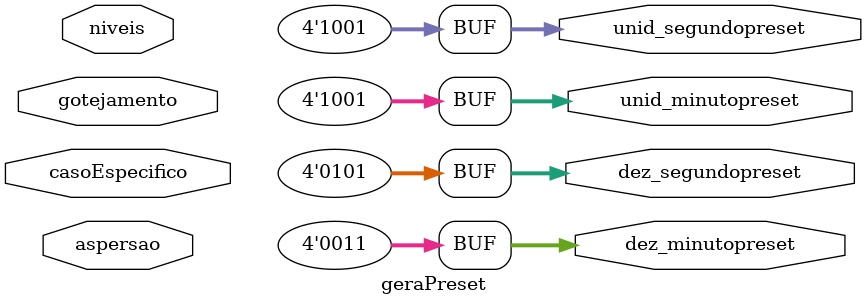
<source format=v>
module geraPreset(niveis,aspersao,gotejamento,casoEspecifico,dez_segundopreset,unid_segundopreset,unid_minutopreset,dez_minutopreset);
	output [3:0] dez_segundopreset,unid_segundopreset,dez_minutopreset,unid_minutopreset;
	input aspersao,gotejamento,casoEspecifico;
	input [2:0] niveis;
	
	assign unid_segundopreset = 4'b1001;
	assign dez_segundopreset = 4'b0101;
	assign unid_minutopreset = 4'b1001;
	assign dez_minutopreset = 4'b0011;
endmodule

</source>
